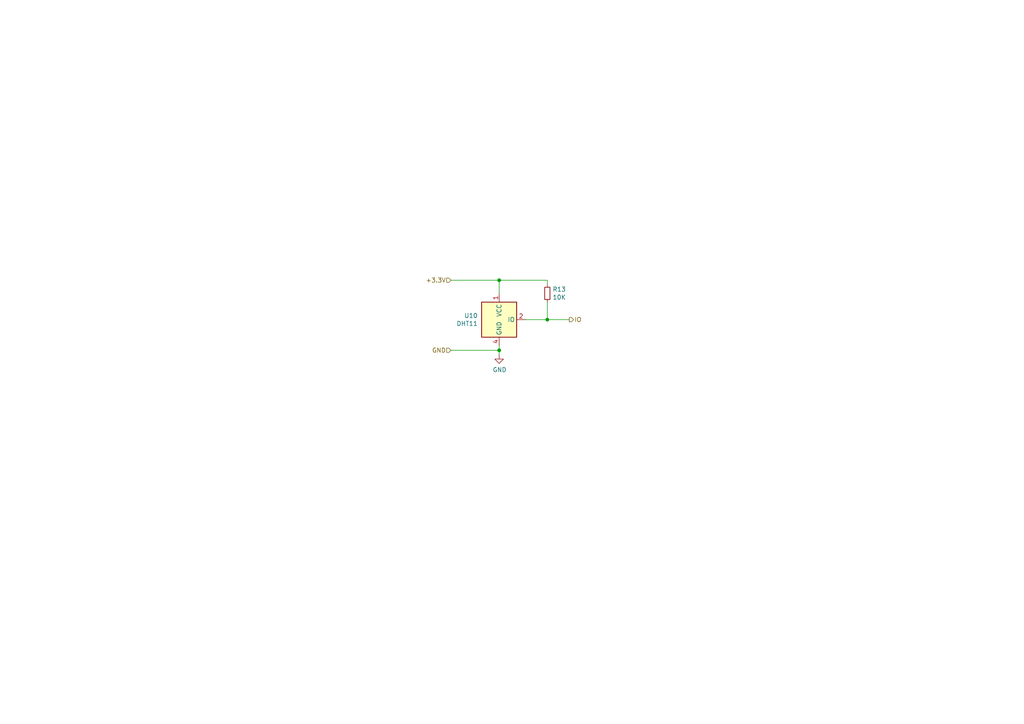
<source format=kicad_sch>
(kicad_sch (version 20210126) (generator eeschema)

  (paper "A4")

  (lib_symbols
    (symbol "Device:R_Small" (pin_numbers hide) (pin_names (offset 0.254) hide) (in_bom yes) (on_board yes)
      (property "Reference" "R" (id 0) (at 0.762 0.508 0)
        (effects (font (size 1.27 1.27)) (justify left))
      )
      (property "Value" "R_Small" (id 1) (at 0.762 -1.016 0)
        (effects (font (size 1.27 1.27)) (justify left))
      )
      (property "Footprint" "" (id 2) (at 0 0 0)
        (effects (font (size 1.27 1.27)) hide)
      )
      (property "Datasheet" "~" (id 3) (at 0 0 0)
        (effects (font (size 1.27 1.27)) hide)
      )
      (property "ki_keywords" "R resistor" (id 4) (at 0 0 0)
        (effects (font (size 1.27 1.27)) hide)
      )
      (property "ki_description" "Resistor, small symbol" (id 5) (at 0 0 0)
        (effects (font (size 1.27 1.27)) hide)
      )
      (property "ki_fp_filters" "R_*" (id 6) (at 0 0 0)
        (effects (font (size 1.27 1.27)) hide)
      )
      (symbol "R_Small_0_1"
        (rectangle (start -0.762 1.778) (end 0.762 -1.778)
          (stroke (width 0.2032)) (fill (type none))
        )
      )
      (symbol "R_Small_1_1"
        (pin passive line (at 0 2.54 270) (length 0.762)
          (name "~" (effects (font (size 1.27 1.27))))
          (number "1" (effects (font (size 1.27 1.27))))
        )
        (pin passive line (at 0 -2.54 90) (length 0.762)
          (name "~" (effects (font (size 1.27 1.27))))
          (number "2" (effects (font (size 1.27 1.27))))
        )
      )
    )
    (symbol "Sensor:DHT11" (in_bom yes) (on_board yes)
      (property "Reference" "U" (id 0) (at -3.81 6.35 0)
        (effects (font (size 1.27 1.27)))
      )
      (property "Value" "DHT11" (id 1) (at 3.81 6.35 0)
        (effects (font (size 1.27 1.27)))
      )
      (property "Footprint" "Sensor:Aosong_DHT11_5.5x12.0_P2.54mm" (id 2) (at 0 -10.16 0)
        (effects (font (size 1.27 1.27)) hide)
      )
      (property "Datasheet" "http://akizukidenshi.com/download/ds/aosong/DHT11.pdf" (id 3) (at 3.81 6.35 0)
        (effects (font (size 1.27 1.27)) hide)
      )
      (property "ki_keywords" "Digital temperature humidity sensor" (id 4) (at 0 0 0)
        (effects (font (size 1.27 1.27)) hide)
      )
      (property "ki_description" "Temperature and humidity module" (id 5) (at 0 0 0)
        (effects (font (size 1.27 1.27)) hide)
      )
      (property "ki_fp_filters" "Aosong*DHT11*5.5x12.0*P2.54mm*" (id 6) (at 0 0 0)
        (effects (font (size 1.27 1.27)) hide)
      )
      (symbol "DHT11_0_1"
        (rectangle (start -5.08 5.08) (end 5.08 -5.08)
          (stroke (width 0.254)) (fill (type background))
        )
      )
      (symbol "DHT11_1_1"
        (pin power_in line (at 0 7.62 270) (length 2.54)
          (name "VCC" (effects (font (size 1.27 1.27))))
          (number "1" (effects (font (size 1.27 1.27))))
        )
        (pin bidirectional line (at 7.62 0 180) (length 2.54)
          (name "IO" (effects (font (size 1.27 1.27))))
          (number "2" (effects (font (size 1.27 1.27))))
        )
        (pin no_connect line (at -5.08 0 0) (length 2.54) hide
          (name "NC" (effects (font (size 1.27 1.27))))
          (number "3" (effects (font (size 1.27 1.27))))
        )
        (pin power_in line (at 0 -7.62 90) (length 2.54)
          (name "GND" (effects (font (size 1.27 1.27))))
          (number "4" (effects (font (size 1.27 1.27))))
        )
      )
    )
    (symbol "power:GND" (power) (pin_names (offset 0)) (in_bom yes) (on_board yes)
      (property "Reference" "#PWR" (id 0) (at 0 -6.35 0)
        (effects (font (size 1.27 1.27)) hide)
      )
      (property "Value" "GND" (id 1) (at 0 -3.81 0)
        (effects (font (size 1.27 1.27)))
      )
      (property "Footprint" "" (id 2) (at 0 0 0)
        (effects (font (size 1.27 1.27)) hide)
      )
      (property "Datasheet" "" (id 3) (at 0 0 0)
        (effects (font (size 1.27 1.27)) hide)
      )
      (property "ki_keywords" "power-flag" (id 4) (at 0 0 0)
        (effects (font (size 1.27 1.27)) hide)
      )
      (property "ki_description" "Power symbol creates a global label with name \"GND\" , ground" (id 5) (at 0 0 0)
        (effects (font (size 1.27 1.27)) hide)
      )
      (symbol "GND_0_1"
        (polyline
          (pts
            (xy 0 0)
            (xy 0 -1.27)
            (xy 1.27 -1.27)
            (xy 0 -2.54)
            (xy -1.27 -1.27)
            (xy 0 -1.27)
          )
          (stroke (width 0)) (fill (type none))
        )
      )
      (symbol "GND_1_1"
        (pin power_in line (at 0 0 270) (length 0) hide
          (name "GND" (effects (font (size 1.27 1.27))))
          (number "1" (effects (font (size 1.27 1.27))))
        )
      )
    )
  )

  (junction (at 144.78 81.28) (diameter 0.9144) (color 0 0 0 0))
  (junction (at 144.78 101.6) (diameter 0.9144) (color 0 0 0 0))
  (junction (at 158.75 92.71) (diameter 0.9144) (color 0 0 0 0))

  (wire (pts (xy 130.81 81.28) (xy 144.78 81.28))
    (stroke (width 0) (type solid) (color 0 0 0 0))
    (uuid c017c922-b46e-438f-a60e-1ae3ad99f7b3)
  )
  (wire (pts (xy 130.81 101.6) (xy 144.78 101.6))
    (stroke (width 0) (type solid) (color 0 0 0 0))
    (uuid ac72552d-0153-421d-bbc7-996a89642441)
  )
  (wire (pts (xy 144.78 81.28) (xy 158.75 81.28))
    (stroke (width 0) (type solid) (color 0 0 0 0))
    (uuid 0f0419d6-cc30-477f-a235-83c6a6795202)
  )
  (wire (pts (xy 144.78 85.09) (xy 144.78 81.28))
    (stroke (width 0) (type solid) (color 0 0 0 0))
    (uuid b26e6c5e-847d-45c7-98a4-7c8a718d495c)
  )
  (wire (pts (xy 144.78 100.33) (xy 144.78 101.6))
    (stroke (width 0) (type solid) (color 0 0 0 0))
    (uuid e0e274fa-dcb9-499b-b6b3-4ffed372642b)
  )
  (wire (pts (xy 144.78 101.6) (xy 144.78 102.87))
    (stroke (width 0) (type solid) (color 0 0 0 0))
    (uuid 414e7c74-75b7-4c96-ac60-2fb1fa712e64)
  )
  (wire (pts (xy 158.75 81.28) (xy 158.75 82.55))
    (stroke (width 0) (type solid) (color 0 0 0 0))
    (uuid 3f76d364-fbae-4227-afc7-bcfabe60e2e6)
  )
  (wire (pts (xy 158.75 87.63) (xy 158.75 92.71))
    (stroke (width 0) (type solid) (color 0 0 0 0))
    (uuid 430436a3-5690-49da-94ed-27116d9ab0a4)
  )
  (wire (pts (xy 158.75 92.71) (xy 152.4 92.71))
    (stroke (width 0) (type solid) (color 0 0 0 0))
    (uuid 5a766129-fc92-4d94-89ed-fa572ad1c1eb)
  )
  (wire (pts (xy 158.75 92.71) (xy 165.1 92.71))
    (stroke (width 0) (type solid) (color 0 0 0 0))
    (uuid fa37d3c3-e56d-421e-a836-9be93bfd0840)
  )

  (hierarchical_label "+3.3V" (shape input) (at 130.81 81.28 180)
    (effects (font (size 1.27 1.27)) (justify right))
    (uuid fcc9be03-12c1-47ee-8999-f5d3ee8911fe)
  )
  (hierarchical_label "GND" (shape input) (at 130.81 101.6 180)
    (effects (font (size 1.27 1.27)) (justify right))
    (uuid 3fe3a9d5-acaf-484a-b5c0-dca7f9fcf45b)
  )
  (hierarchical_label "IO" (shape output) (at 165.1 92.71 0)
    (effects (font (size 1.27 1.27)) (justify left))
    (uuid a2d98664-c768-41ec-91e2-6ef3ddd62fc0)
  )

  (symbol (lib_id "power:GND") (at 144.78 102.87 0) (unit 1)
    (in_bom yes) (on_board yes)
    (uuid 00000000-0000-0000-0000-000060a221d1)
    (property "Reference" "#PWR0140" (id 0) (at 144.78 109.22 0)
      (effects (font (size 1.27 1.27)) hide)
    )
    (property "Value" "GND" (id 1) (at 144.907 107.2642 0))
    (property "Footprint" "" (id 2) (at 144.78 102.87 0)
      (effects (font (size 1.27 1.27)) hide)
    )
    (property "Datasheet" "" (id 3) (at 144.78 102.87 0)
      (effects (font (size 1.27 1.27)) hide)
    )
    (pin "1" (uuid 2870f3c3-d1c9-476b-ab6d-c4496c7c8369))
  )

  (symbol (lib_id "Device:R_Small") (at 158.75 85.09 0) (unit 1)
    (in_bom yes) (on_board yes)
    (uuid 00000000-0000-0000-0000-000060a221c3)
    (property "Reference" "R13" (id 0) (at 160.2486 83.9216 0)
      (effects (font (size 1.27 1.27)) (justify left))
    )
    (property "Value" "10K" (id 1) (at 160.2486 86.233 0)
      (effects (font (size 1.27 1.27)) (justify left))
    )
    (property "Footprint" "Resistor_SMD:R_0603_1608Metric" (id 2) (at 158.75 85.09 0)
      (effects (font (size 1.27 1.27)) hide)
    )
    (property "Datasheet" "~" (id 3) (at 158.75 85.09 0)
      (effects (font (size 1.27 1.27)) hide)
    )
    (pin "1" (uuid 9215b103-4496-4da1-9659-b8baa202624b))
    (pin "2" (uuid c5af5e56-cdbb-4a30-9bc7-fa524796799b))
  )

  (symbol (lib_id "Sensor:DHT11") (at 144.78 92.71 0) (unit 1)
    (in_bom yes) (on_board yes)
    (uuid 00000000-0000-0000-0000-000060a221bb)
    (property "Reference" "U10" (id 0) (at 138.5824 91.5416 0)
      (effects (font (size 1.27 1.27)) (justify right))
    )
    (property "Value" "DHT11" (id 1) (at 138.5824 93.853 0)
      (effects (font (size 1.27 1.27)) (justify right))
    )
    (property "Footprint" "Sensor:Aosong_DHT11_5.5x12.0_P2.54mm" (id 2) (at 144.78 102.87 0)
      (effects (font (size 1.27 1.27)) hide)
    )
    (property "Datasheet" "http://akizukidenshi.com/download/ds/aosong/DHT11.pdf" (id 3) (at 148.59 86.36 0)
      (effects (font (size 1.27 1.27)) hide)
    )
    (pin "1" (uuid 6a1e218f-ef71-47c0-a671-53715caf0cce))
    (pin "2" (uuid 0ceda8b7-ffc6-4de6-9947-5ed941acce81))
    (pin "3" (uuid 1ca37fbc-c2b1-4a91-979f-58e4d7ef9f59))
    (pin "4" (uuid 9a7f6b37-1559-4cca-943c-c167391a1265))
  )
)

</source>
